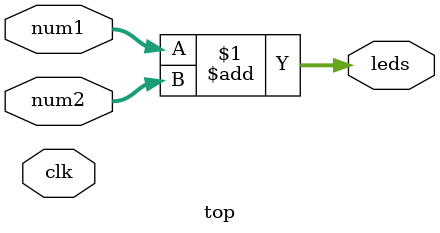
<source format=v>
module top (
    input clk,
    input [7:0] num1,
    input [7:0] num2,
    output [7:0] leds
);

reg [7:0]out;
/*
initial begin
    //out = 8'b0;
end

somador s1(
    .a(~num1),
    .b(~num2),
    .s(out)
);

assign leds = ~out;
*/ 

assign leds = num1 + num2;

endmodule

</source>
